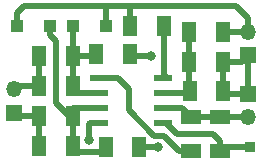
<source format=gbr>
G04 #@! TF.GenerationSoftware,KiCad,Pcbnew,(5.0.0-rc2-dev-444-g2974a2c10)*
G04 #@! TF.CreationDate,2018-10-04T10:32:37+02:00*
G04 #@! TF.ProjectId,MCP6N11_piggy_back,4D4350364E31315F70696767795F6261,rev?*
G04 #@! TF.SameCoordinates,Original*
G04 #@! TF.FileFunction,Copper,L1,Top,Signal*
G04 #@! TF.FilePolarity,Positive*
%FSLAX46Y46*%
G04 Gerber Fmt 4.6, Leading zero omitted, Abs format (unit mm)*
G04 Created by KiCad (PCBNEW (5.0.0-rc2-dev-444-g2974a2c10)) date 10/04/18 10:32:37*
%MOMM*%
%LPD*%
G01*
G04 APERTURE LIST*
%ADD10R,1.220000X1.800000*%
%ADD11R,1.100000X1.100000*%
%ADD12R,1.800000X1.220000*%
%ADD13R,1.550000X0.600000*%
%ADD14R,0.850000X0.850000*%
%ADD15R,1.350000X1.350000*%
%ADD16O,1.350000X1.350000*%
%ADD17C,0.800000*%
%ADD18C,0.500000*%
G04 APERTURE END LIST*
D10*
X115918000Y-114808000D03*
X118778000Y-114808000D03*
X118778000Y-107188000D03*
X115918000Y-107188000D03*
X131478000Y-107696000D03*
X128618000Y-107696000D03*
X128648500Y-110172500D03*
X131508500Y-110172500D03*
D11*
X114046000Y-104648000D03*
X116846000Y-104648000D03*
X118742000Y-104648000D03*
X121542000Y-104648000D03*
D10*
X118778000Y-112268000D03*
X115918000Y-112268000D03*
X115918000Y-109728000D03*
X118778000Y-109728000D03*
X123632000Y-104648000D03*
X126492000Y-104648000D03*
X128618000Y-105156000D03*
X131478000Y-105156000D03*
X120744000Y-107061000D03*
X123604000Y-107061000D03*
X124396500Y-114935000D03*
X121536500Y-114935000D03*
D12*
X128778000Y-115255000D03*
X128778000Y-112395000D03*
X131254500Y-112395000D03*
X131254500Y-115255000D03*
D13*
X120998000Y-109093000D03*
X120998000Y-110363000D03*
X120998000Y-111633000D03*
X120998000Y-112903000D03*
X126398000Y-112903000D03*
X126398000Y-111633000D03*
X126398000Y-110363000D03*
X126398000Y-109093000D03*
D14*
X133731000Y-114935000D03*
D15*
X113792000Y-112014000D03*
D16*
X113792000Y-110014000D03*
D15*
X133604000Y-107156000D03*
D16*
X133604000Y-105156000D03*
X133604000Y-112395000D03*
D15*
X133604000Y-110395000D03*
D17*
X120142000Y-114300000D03*
X125984024Y-114935000D03*
X125348994Y-107188000D03*
D18*
X114046000Y-104648000D02*
X114046000Y-103598000D01*
X114046000Y-103598000D02*
X114644000Y-103000000D01*
X114644000Y-103000000D02*
X121500000Y-103000000D01*
X123632000Y-103132000D02*
X123500000Y-103000000D01*
X123632000Y-104648000D02*
X123632000Y-103132000D01*
X121542000Y-104648000D02*
X121539000Y-102997000D01*
X121539000Y-102997000D02*
X122140000Y-103000000D01*
X115918000Y-107188000D02*
X115918000Y-109728000D01*
X115918000Y-114808000D02*
X115918000Y-112268000D01*
X114046000Y-112268000D02*
X113792000Y-112014000D01*
X115918000Y-112268000D02*
X114046000Y-112268000D01*
X118778000Y-112268000D02*
X118778000Y-114808000D01*
X118808500Y-112237500D02*
X118778000Y-112268000D01*
X120998000Y-111633000D02*
X118808500Y-111633000D01*
X118808500Y-111633000D02*
X118808500Y-112237500D01*
X118427500Y-112268000D02*
X118778000Y-112268000D01*
X117348000Y-111188500D02*
X118427500Y-112268000D01*
X117348000Y-105918000D02*
X117348000Y-111188500D01*
X116846000Y-104648000D02*
X116846000Y-105416000D01*
X116846000Y-105416000D02*
X117348000Y-105918000D01*
X121536500Y-115225000D02*
X121536500Y-114935000D01*
X121445500Y-115316000D02*
X121536500Y-115225000D01*
X118778000Y-114808000D02*
X119286000Y-115316000D01*
X119286000Y-115316000D02*
X121445500Y-115316000D01*
X118778000Y-107188000D02*
X118778000Y-109728000D01*
X120744000Y-107188000D02*
X118778000Y-107188000D01*
X118742000Y-107152000D02*
X118778000Y-107188000D01*
X118742000Y-104648000D02*
X118742000Y-107152000D01*
X118935500Y-110363000D02*
X118872000Y-110299500D01*
X120998000Y-110363000D02*
X118935500Y-110363000D01*
X114078000Y-109728000D02*
X113792000Y-110014000D01*
X115918000Y-109728000D02*
X114078000Y-109728000D01*
X131508500Y-107726500D02*
X131478000Y-107696000D01*
X131508500Y-110172500D02*
X131508500Y-107726500D01*
X120142000Y-112966500D02*
X120142000Y-114300000D01*
X120998000Y-112903000D02*
X120205500Y-112903000D01*
X120205500Y-112903000D02*
X120142000Y-112966500D01*
X124396500Y-114935000D02*
X125984024Y-114935000D01*
X123604000Y-107188000D02*
X125348994Y-107188000D01*
X133604000Y-110395000D02*
X133604000Y-107156000D01*
X133064000Y-107696000D02*
X133604000Y-107156000D01*
X131478000Y-107696000D02*
X133064000Y-107696000D01*
X131731000Y-110395000D02*
X131508500Y-110172500D01*
X133604000Y-110395000D02*
X131731000Y-110395000D01*
X128618000Y-105156000D02*
X128618000Y-107696000D01*
X128458000Y-110363000D02*
X128648500Y-110172500D01*
X126398000Y-110363000D02*
X128458000Y-110363000D01*
X128618000Y-110142000D02*
X128648500Y-110172500D01*
X128618000Y-107696000D02*
X128618000Y-110142000D01*
X123190000Y-103000000D02*
X123500000Y-103000000D01*
X122140000Y-103000000D02*
X123190000Y-103000000D01*
X133604000Y-104013000D02*
X133604000Y-105156000D01*
X123190000Y-103000000D02*
X132591000Y-103000000D01*
X132591000Y-103000000D02*
X133604000Y-104013000D01*
X131478000Y-105156000D02*
X133604000Y-105156000D01*
X131254500Y-114427000D02*
X131254500Y-115255000D01*
X130619500Y-113792000D02*
X131254500Y-114427000D01*
X127571500Y-113792000D02*
X130619500Y-113792000D01*
X126398000Y-112903000D02*
X126682500Y-112903000D01*
X126682500Y-112903000D02*
X127571500Y-113792000D01*
X131574500Y-114935000D02*
X133731000Y-114935000D01*
X131254500Y-115255000D02*
X131574500Y-114935000D01*
X128016000Y-111633000D02*
X128778000Y-112395000D01*
X126398000Y-111633000D02*
X128016000Y-111633000D01*
X131254500Y-112395000D02*
X128778000Y-112395000D01*
X133604000Y-112395000D02*
X131254500Y-112395000D01*
X128778000Y-115252500D02*
X128778000Y-115255000D01*
X127772502Y-115252500D02*
X128778000Y-115252500D01*
X120998000Y-109093000D02*
X122593000Y-109093000D01*
X123500000Y-110000000D02*
X123500000Y-111816000D01*
X122593000Y-109093000D02*
X123500000Y-110000000D01*
X123500000Y-111816000D02*
X125666500Y-113982500D01*
X125666500Y-113982500D02*
X126502502Y-113982500D01*
X126502502Y-113982500D02*
X127772502Y-115252500D01*
X126398000Y-109093000D02*
X126619000Y-108872000D01*
X126492000Y-108999000D02*
X126398000Y-109093000D01*
X126492000Y-104648000D02*
X126492000Y-108999000D01*
M02*

</source>
